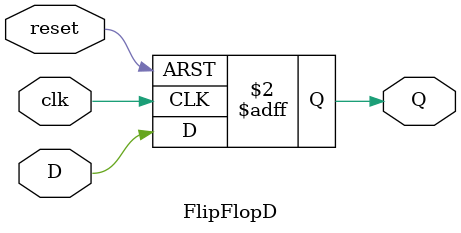
<source format=v>
`timescale 1ns / 1ps


module FlipFlopD(
    input       clk,
    input       reset,
    input       D,
    output reg  Q
    );
    
    always@(posedge clk or posedge reset) begin
        if (reset) begin
            Q <= 0;
        end else begin 
            Q <= D;
        end        
    end
endmodule

</source>
